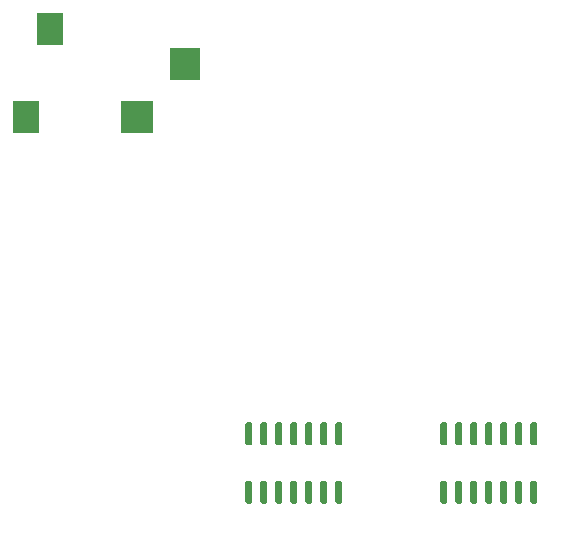
<source format=gbr>
%TF.GenerationSoftware,KiCad,Pcbnew,(5.1.10)-1*%
%TF.CreationDate,2022-06-29T20:33:17-04:00*%
%TF.ProjectId,RPI4_LEDs,52504934-5f4c-4454-9473-2e6b69636164,rev?*%
%TF.SameCoordinates,Original*%
%TF.FileFunction,Paste,Top*%
%TF.FilePolarity,Positive*%
%FSLAX46Y46*%
G04 Gerber Fmt 4.6, Leading zero omitted, Abs format (unit mm)*
G04 Created by KiCad (PCBNEW (5.1.10)-1) date 2022-06-29 20:33:17*
%MOMM*%
%LPD*%
G01*
G04 APERTURE LIST*
%ADD10R,2.800000X2.800000*%
%ADD11R,2.600000X2.800000*%
%ADD12R,2.200000X2.800000*%
G04 APERTURE END LIST*
D10*
%TO.C,J10*%
X103590000Y-79900000D03*
D11*
X107590000Y-75450000D03*
D12*
X94190000Y-79900000D03*
X96190000Y-72500000D03*
%TD*%
%TO.C,U3*%
G36*
G01*
X129690000Y-107720000D02*
X129390000Y-107720000D01*
G75*
G02*
X129240000Y-107570000I0J150000D01*
G01*
X129240000Y-105920000D01*
G75*
G02*
X129390000Y-105770000I150000J0D01*
G01*
X129690000Y-105770000D01*
G75*
G02*
X129840000Y-105920000I0J-150000D01*
G01*
X129840000Y-107570000D01*
G75*
G02*
X129690000Y-107720000I-150000J0D01*
G01*
G37*
G36*
G01*
X130960000Y-107720000D02*
X130660000Y-107720000D01*
G75*
G02*
X130510000Y-107570000I0J150000D01*
G01*
X130510000Y-105920000D01*
G75*
G02*
X130660000Y-105770000I150000J0D01*
G01*
X130960000Y-105770000D01*
G75*
G02*
X131110000Y-105920000I0J-150000D01*
G01*
X131110000Y-107570000D01*
G75*
G02*
X130960000Y-107720000I-150000J0D01*
G01*
G37*
G36*
G01*
X132230000Y-107720000D02*
X131930000Y-107720000D01*
G75*
G02*
X131780000Y-107570000I0J150000D01*
G01*
X131780000Y-105920000D01*
G75*
G02*
X131930000Y-105770000I150000J0D01*
G01*
X132230000Y-105770000D01*
G75*
G02*
X132380000Y-105920000I0J-150000D01*
G01*
X132380000Y-107570000D01*
G75*
G02*
X132230000Y-107720000I-150000J0D01*
G01*
G37*
G36*
G01*
X133500000Y-107720000D02*
X133200000Y-107720000D01*
G75*
G02*
X133050000Y-107570000I0J150000D01*
G01*
X133050000Y-105920000D01*
G75*
G02*
X133200000Y-105770000I150000J0D01*
G01*
X133500000Y-105770000D01*
G75*
G02*
X133650000Y-105920000I0J-150000D01*
G01*
X133650000Y-107570000D01*
G75*
G02*
X133500000Y-107720000I-150000J0D01*
G01*
G37*
G36*
G01*
X134770000Y-107720000D02*
X134470000Y-107720000D01*
G75*
G02*
X134320000Y-107570000I0J150000D01*
G01*
X134320000Y-105920000D01*
G75*
G02*
X134470000Y-105770000I150000J0D01*
G01*
X134770000Y-105770000D01*
G75*
G02*
X134920000Y-105920000I0J-150000D01*
G01*
X134920000Y-107570000D01*
G75*
G02*
X134770000Y-107720000I-150000J0D01*
G01*
G37*
G36*
G01*
X136040000Y-107720000D02*
X135740000Y-107720000D01*
G75*
G02*
X135590000Y-107570000I0J150000D01*
G01*
X135590000Y-105920000D01*
G75*
G02*
X135740000Y-105770000I150000J0D01*
G01*
X136040000Y-105770000D01*
G75*
G02*
X136190000Y-105920000I0J-150000D01*
G01*
X136190000Y-107570000D01*
G75*
G02*
X136040000Y-107720000I-150000J0D01*
G01*
G37*
G36*
G01*
X137310000Y-107720000D02*
X137010000Y-107720000D01*
G75*
G02*
X136860000Y-107570000I0J150000D01*
G01*
X136860000Y-105920000D01*
G75*
G02*
X137010000Y-105770000I150000J0D01*
G01*
X137310000Y-105770000D01*
G75*
G02*
X137460000Y-105920000I0J-150000D01*
G01*
X137460000Y-107570000D01*
G75*
G02*
X137310000Y-107720000I-150000J0D01*
G01*
G37*
G36*
G01*
X137310000Y-112670000D02*
X137010000Y-112670000D01*
G75*
G02*
X136860000Y-112520000I0J150000D01*
G01*
X136860000Y-110870000D01*
G75*
G02*
X137010000Y-110720000I150000J0D01*
G01*
X137310000Y-110720000D01*
G75*
G02*
X137460000Y-110870000I0J-150000D01*
G01*
X137460000Y-112520000D01*
G75*
G02*
X137310000Y-112670000I-150000J0D01*
G01*
G37*
G36*
G01*
X136040000Y-112670000D02*
X135740000Y-112670000D01*
G75*
G02*
X135590000Y-112520000I0J150000D01*
G01*
X135590000Y-110870000D01*
G75*
G02*
X135740000Y-110720000I150000J0D01*
G01*
X136040000Y-110720000D01*
G75*
G02*
X136190000Y-110870000I0J-150000D01*
G01*
X136190000Y-112520000D01*
G75*
G02*
X136040000Y-112670000I-150000J0D01*
G01*
G37*
G36*
G01*
X134770000Y-112670000D02*
X134470000Y-112670000D01*
G75*
G02*
X134320000Y-112520000I0J150000D01*
G01*
X134320000Y-110870000D01*
G75*
G02*
X134470000Y-110720000I150000J0D01*
G01*
X134770000Y-110720000D01*
G75*
G02*
X134920000Y-110870000I0J-150000D01*
G01*
X134920000Y-112520000D01*
G75*
G02*
X134770000Y-112670000I-150000J0D01*
G01*
G37*
G36*
G01*
X133500000Y-112670000D02*
X133200000Y-112670000D01*
G75*
G02*
X133050000Y-112520000I0J150000D01*
G01*
X133050000Y-110870000D01*
G75*
G02*
X133200000Y-110720000I150000J0D01*
G01*
X133500000Y-110720000D01*
G75*
G02*
X133650000Y-110870000I0J-150000D01*
G01*
X133650000Y-112520000D01*
G75*
G02*
X133500000Y-112670000I-150000J0D01*
G01*
G37*
G36*
G01*
X132230000Y-112670000D02*
X131930000Y-112670000D01*
G75*
G02*
X131780000Y-112520000I0J150000D01*
G01*
X131780000Y-110870000D01*
G75*
G02*
X131930000Y-110720000I150000J0D01*
G01*
X132230000Y-110720000D01*
G75*
G02*
X132380000Y-110870000I0J-150000D01*
G01*
X132380000Y-112520000D01*
G75*
G02*
X132230000Y-112670000I-150000J0D01*
G01*
G37*
G36*
G01*
X130960000Y-112670000D02*
X130660000Y-112670000D01*
G75*
G02*
X130510000Y-112520000I0J150000D01*
G01*
X130510000Y-110870000D01*
G75*
G02*
X130660000Y-110720000I150000J0D01*
G01*
X130960000Y-110720000D01*
G75*
G02*
X131110000Y-110870000I0J-150000D01*
G01*
X131110000Y-112520000D01*
G75*
G02*
X130960000Y-112670000I-150000J0D01*
G01*
G37*
G36*
G01*
X129690000Y-112670000D02*
X129390000Y-112670000D01*
G75*
G02*
X129240000Y-112520000I0J150000D01*
G01*
X129240000Y-110870000D01*
G75*
G02*
X129390000Y-110720000I150000J0D01*
G01*
X129690000Y-110720000D01*
G75*
G02*
X129840000Y-110870000I0J-150000D01*
G01*
X129840000Y-112520000D01*
G75*
G02*
X129690000Y-112670000I-150000J0D01*
G01*
G37*
%TD*%
%TO.C,U1*%
G36*
G01*
X113180000Y-107720000D02*
X112880000Y-107720000D01*
G75*
G02*
X112730000Y-107570000I0J150000D01*
G01*
X112730000Y-105920000D01*
G75*
G02*
X112880000Y-105770000I150000J0D01*
G01*
X113180000Y-105770000D01*
G75*
G02*
X113330000Y-105920000I0J-150000D01*
G01*
X113330000Y-107570000D01*
G75*
G02*
X113180000Y-107720000I-150000J0D01*
G01*
G37*
G36*
G01*
X114450000Y-107720000D02*
X114150000Y-107720000D01*
G75*
G02*
X114000000Y-107570000I0J150000D01*
G01*
X114000000Y-105920000D01*
G75*
G02*
X114150000Y-105770000I150000J0D01*
G01*
X114450000Y-105770000D01*
G75*
G02*
X114600000Y-105920000I0J-150000D01*
G01*
X114600000Y-107570000D01*
G75*
G02*
X114450000Y-107720000I-150000J0D01*
G01*
G37*
G36*
G01*
X115720000Y-107720000D02*
X115420000Y-107720000D01*
G75*
G02*
X115270000Y-107570000I0J150000D01*
G01*
X115270000Y-105920000D01*
G75*
G02*
X115420000Y-105770000I150000J0D01*
G01*
X115720000Y-105770000D01*
G75*
G02*
X115870000Y-105920000I0J-150000D01*
G01*
X115870000Y-107570000D01*
G75*
G02*
X115720000Y-107720000I-150000J0D01*
G01*
G37*
G36*
G01*
X116990000Y-107720000D02*
X116690000Y-107720000D01*
G75*
G02*
X116540000Y-107570000I0J150000D01*
G01*
X116540000Y-105920000D01*
G75*
G02*
X116690000Y-105770000I150000J0D01*
G01*
X116990000Y-105770000D01*
G75*
G02*
X117140000Y-105920000I0J-150000D01*
G01*
X117140000Y-107570000D01*
G75*
G02*
X116990000Y-107720000I-150000J0D01*
G01*
G37*
G36*
G01*
X118260000Y-107720000D02*
X117960000Y-107720000D01*
G75*
G02*
X117810000Y-107570000I0J150000D01*
G01*
X117810000Y-105920000D01*
G75*
G02*
X117960000Y-105770000I150000J0D01*
G01*
X118260000Y-105770000D01*
G75*
G02*
X118410000Y-105920000I0J-150000D01*
G01*
X118410000Y-107570000D01*
G75*
G02*
X118260000Y-107720000I-150000J0D01*
G01*
G37*
G36*
G01*
X119530000Y-107720000D02*
X119230000Y-107720000D01*
G75*
G02*
X119080000Y-107570000I0J150000D01*
G01*
X119080000Y-105920000D01*
G75*
G02*
X119230000Y-105770000I150000J0D01*
G01*
X119530000Y-105770000D01*
G75*
G02*
X119680000Y-105920000I0J-150000D01*
G01*
X119680000Y-107570000D01*
G75*
G02*
X119530000Y-107720000I-150000J0D01*
G01*
G37*
G36*
G01*
X120800000Y-107720000D02*
X120500000Y-107720000D01*
G75*
G02*
X120350000Y-107570000I0J150000D01*
G01*
X120350000Y-105920000D01*
G75*
G02*
X120500000Y-105770000I150000J0D01*
G01*
X120800000Y-105770000D01*
G75*
G02*
X120950000Y-105920000I0J-150000D01*
G01*
X120950000Y-107570000D01*
G75*
G02*
X120800000Y-107720000I-150000J0D01*
G01*
G37*
G36*
G01*
X120800000Y-112670000D02*
X120500000Y-112670000D01*
G75*
G02*
X120350000Y-112520000I0J150000D01*
G01*
X120350000Y-110870000D01*
G75*
G02*
X120500000Y-110720000I150000J0D01*
G01*
X120800000Y-110720000D01*
G75*
G02*
X120950000Y-110870000I0J-150000D01*
G01*
X120950000Y-112520000D01*
G75*
G02*
X120800000Y-112670000I-150000J0D01*
G01*
G37*
G36*
G01*
X119530000Y-112670000D02*
X119230000Y-112670000D01*
G75*
G02*
X119080000Y-112520000I0J150000D01*
G01*
X119080000Y-110870000D01*
G75*
G02*
X119230000Y-110720000I150000J0D01*
G01*
X119530000Y-110720000D01*
G75*
G02*
X119680000Y-110870000I0J-150000D01*
G01*
X119680000Y-112520000D01*
G75*
G02*
X119530000Y-112670000I-150000J0D01*
G01*
G37*
G36*
G01*
X118260000Y-112670000D02*
X117960000Y-112670000D01*
G75*
G02*
X117810000Y-112520000I0J150000D01*
G01*
X117810000Y-110870000D01*
G75*
G02*
X117960000Y-110720000I150000J0D01*
G01*
X118260000Y-110720000D01*
G75*
G02*
X118410000Y-110870000I0J-150000D01*
G01*
X118410000Y-112520000D01*
G75*
G02*
X118260000Y-112670000I-150000J0D01*
G01*
G37*
G36*
G01*
X116990000Y-112670000D02*
X116690000Y-112670000D01*
G75*
G02*
X116540000Y-112520000I0J150000D01*
G01*
X116540000Y-110870000D01*
G75*
G02*
X116690000Y-110720000I150000J0D01*
G01*
X116990000Y-110720000D01*
G75*
G02*
X117140000Y-110870000I0J-150000D01*
G01*
X117140000Y-112520000D01*
G75*
G02*
X116990000Y-112670000I-150000J0D01*
G01*
G37*
G36*
G01*
X115720000Y-112670000D02*
X115420000Y-112670000D01*
G75*
G02*
X115270000Y-112520000I0J150000D01*
G01*
X115270000Y-110870000D01*
G75*
G02*
X115420000Y-110720000I150000J0D01*
G01*
X115720000Y-110720000D01*
G75*
G02*
X115870000Y-110870000I0J-150000D01*
G01*
X115870000Y-112520000D01*
G75*
G02*
X115720000Y-112670000I-150000J0D01*
G01*
G37*
G36*
G01*
X114450000Y-112670000D02*
X114150000Y-112670000D01*
G75*
G02*
X114000000Y-112520000I0J150000D01*
G01*
X114000000Y-110870000D01*
G75*
G02*
X114150000Y-110720000I150000J0D01*
G01*
X114450000Y-110720000D01*
G75*
G02*
X114600000Y-110870000I0J-150000D01*
G01*
X114600000Y-112520000D01*
G75*
G02*
X114450000Y-112670000I-150000J0D01*
G01*
G37*
G36*
G01*
X113180000Y-112670000D02*
X112880000Y-112670000D01*
G75*
G02*
X112730000Y-112520000I0J150000D01*
G01*
X112730000Y-110870000D01*
G75*
G02*
X112880000Y-110720000I150000J0D01*
G01*
X113180000Y-110720000D01*
G75*
G02*
X113330000Y-110870000I0J-150000D01*
G01*
X113330000Y-112520000D01*
G75*
G02*
X113180000Y-112670000I-150000J0D01*
G01*
G37*
%TD*%
M02*

</source>
